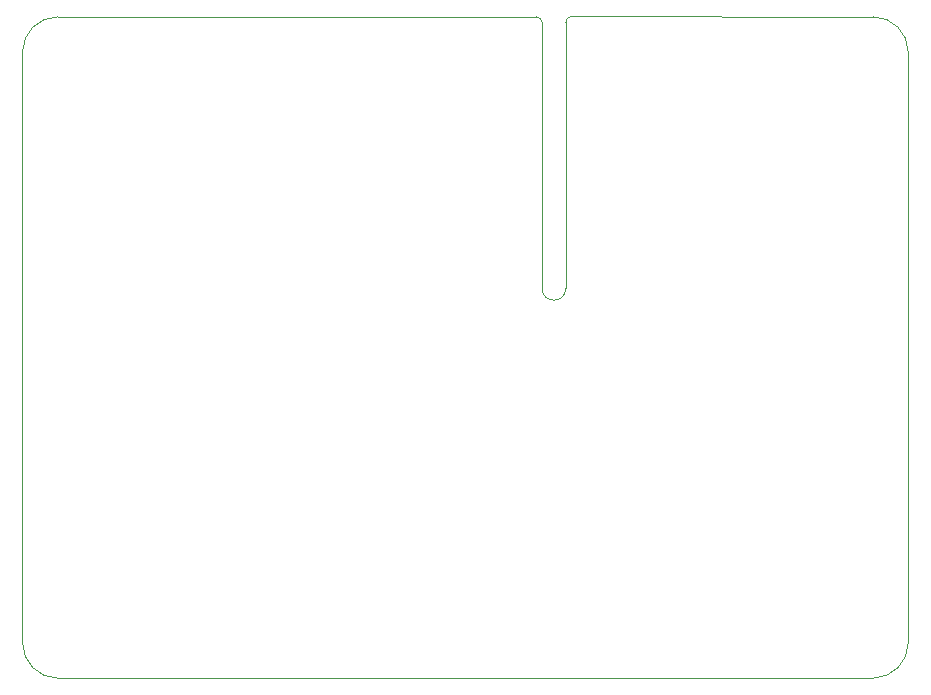
<source format=gbr>
G04 #@! TF.GenerationSoftware,KiCad,Pcbnew,(6.0.1)*
G04 #@! TF.CreationDate,2022-01-26T09:26:30-08:00*
G04 #@! TF.ProjectId,Prime Mover,5072696d-6520-44d6-9f76-65722e6b6963,rev?*
G04 #@! TF.SameCoordinates,Original*
G04 #@! TF.FileFunction,Profile,NP*
%FSLAX46Y46*%
G04 Gerber Fmt 4.6, Leading zero omitted, Abs format (unit mm)*
G04 Created by KiCad (PCBNEW (6.0.1)) date 2022-01-26 09:26:30*
%MOMM*%
%LPD*%
G01*
G04 APERTURE LIST*
G04 #@! TA.AperFunction,Profile*
%ADD10C,0.050000*%
G04 #@! TD*
G04 APERTURE END LIST*
D10*
X3000000Y-56000000D02*
X72000000Y-56000000D01*
X0Y-3000000D02*
X0Y-53000000D01*
X0Y-53000000D02*
G75*
G03*
X3000000Y-56000000I3000001J1D01*
G01*
X72000000Y-56000000D02*
G75*
G03*
X75000000Y-53000000I-1J3000001D01*
G01*
X75000000Y-3000000D02*
G75*
G03*
X72000000Y0I-3000001J-1D01*
G01*
X75000000Y-53000000D02*
X75000000Y-3000000D01*
X72000000Y0D02*
X46500000Y20000D01*
X44000000Y-500000D02*
G75*
G03*
X43500000Y0I-500001J-1D01*
G01*
X46000000Y-480000D02*
X46000000Y-23000000D01*
X3000000Y0D02*
G75*
G03*
X0Y-3000000I1J-3000001D01*
G01*
X44000000Y-500000D02*
X44000000Y-23000000D01*
X46500000Y20000D02*
G75*
G03*
X46000000Y-480000I1J-500001D01*
G01*
X44000000Y-23000000D02*
G75*
G03*
X46000000Y-23000000I1000000J0D01*
G01*
X43500000Y0D02*
X3000000Y0D01*
M02*

</source>
